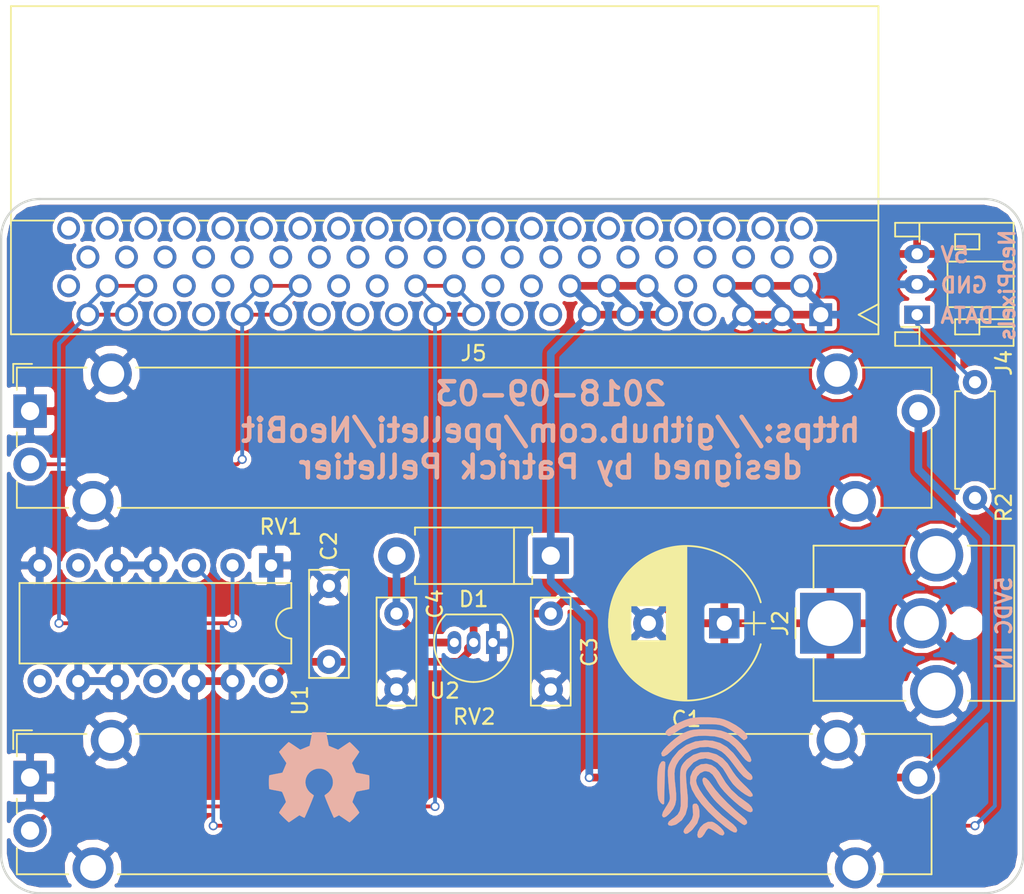
<source format=kicad_pcb>
(kicad_pcb (version 4) (host pcbnew 4.0.7)
  (title_block (title "NeoPixel and potentiometer adapter for micro:bit") (date 2018-09-03) (rev 1.0) (company "Patrick Pelletier"))
  (layers (0 F.Cu signal) (31 B.Cu signal) (34 B.Paste user) (35 F.Paste user) (36 B.SilkS user) (37 F.SilkS user) (38 B.Mask user) (39 F.Mask user) (44 Edge.Cuts user))
  (net 0 "")
  (net 1 +5V)
  (net 2 GND)
  (net 3 "Net-(C4-Pad1)")
  (net 4 +3V3)
  (net 5 /P0)
  (net 6 /P1)
  (net 7 /P2)
  (net 8 "Net-(J5-Pad80)")
  (net 9 "Net-(J5-Pad78)")
  (net 10 "Net-(J5-Pad76)")
  (net 11 "Net-(J5-Pad74)")
  (net 12 "Net-(J5-Pad72)")
  (net 13 "Net-(J5-Pad70)")
  (net 14 "Net-(J5-Pad68)")
  (net 15 "Net-(J5-Pad66)")
  (net 16 "Net-(J5-Pad64)")
  (net 17 "Net-(J5-Pad62)")
  (net 18 "Net-(J5-Pad60)")
  (net 19 "Net-(J5-Pad58)")
  (net 20 "Net-(J5-Pad56)")
  (net 21 "Net-(J5-Pad54)")
  (net 22 "Net-(J5-Pad52)")
  (net 23 "Net-(J5-Pad50)")
  (net 24 "Net-(J5-Pad48)")
  (net 25 "Net-(J5-Pad46)")
  (net 26 "Net-(J5-Pad44)")
  (net 27 "Net-(J5-Pad4)")
  (net 28 "Net-(J5-Pad2)")
  (net 29 "Net-(J5-Pad6)")
  (net 30 "Net-(J5-Pad8)")
  (net 31 "Net-(J5-Pad10)")
  (net 32 "Net-(J5-Pad12)")
  (net 33 "Net-(J5-Pad14)")
  (net 34 "Net-(J5-Pad16)")
  (net 35 "Net-(J5-Pad18)")
  (net 36 "Net-(J5-Pad20)")
  (net 37 "Net-(J5-Pad22)")
  (net 38 "Net-(J5-Pad24)")
  (net 39 "Net-(J5-Pad26)")
  (net 40 "Net-(J5-Pad28)")
  (net 41 "Net-(J5-Pad30)")
  (net 42 "Net-(J5-Pad32)")
  (net 43 "Net-(J5-Pad34)")
  (net 44 "Net-(J5-Pad36)")
  (net 45 "Net-(J5-Pad38)")
  (net 46 "Net-(J5-Pad40)")
  (net 47 "Net-(J5-Pad42)")
  (net 48 "Net-(R2-Pad1)")
  (net 49 "Net-(U1-Pad8)")
  (net 50 "Net-(U1-Pad11)")
  (net 51 "Net-(U1-Pad6)")
  (net 52 "Net-(J4-Pad1)")
  (net 53 "Net-(J5-Pad13)")
  (net 54 "Net-(J5-Pad15)")
  (net 55 "Net-(J5-Pad29)")
  (net 56 "Net-(J5-Pad31)")
  (net 57 "Net-(J5-Pad33)")
  (net 58 "Net-(J5-Pad35)")
  (net 59 "Net-(J5-Pad45)")
  (net 60 "Net-(J5-Pad47)")
  (net 61 "Net-(J5-Pad49)")
  (net 62 "Net-(J5-Pad51)")
  (net 63 "Net-(J5-Pad53)")
  (net 64 "Net-(J5-Pad63)")
  (net 65 "Net-(J5-Pad65)")
  (net 66 "Net-(J5-Pad67)")
  (net 67 "Net-(J5-Pad69)")
  (net 68 "Net-(J5-Pad79)")
  (module Capacitors_THT:CP_Radial_D10.0mm_P5.00mm (layer F.Cu) (at 166.37 111.76 180)
    (fp_text reference C1 (at 2.5 -6.31 180) (layer F.SilkS))
    (fp_text value 1000µF)
    (pad 1 thru_hole rect (at 0 0 180) (size 2 2) (drill 1) (layers *.Cu *.Mask) (net 1 +5V))
    (pad 2 thru_hole circle (at 5 0 180) (size 2 2) (drill 1) (layers *.Cu *.Mask) (net 2 GND))
  )
  (module Capacitors_THT:C_Rect_L7.0mm_W2.5mm_P5.00mm (layer F.Cu) (at 140.335 114.3 90)
    (fp_text reference C2 (at 7.62 0 90) (layer F.SilkS))
    (fp_text value 0.1µF)
    (pad 1 thru_hole circle (at 0 0 90) (size 1.6 1.6) (drill 0.8) (layers *.Cu *.Mask) (net 1 +5V))
    (pad 2 thru_hole circle (at 5 0 90) (size 1.6 1.6) (drill 0.8) (layers *.Cu *.Mask) (net 2 GND))
  )
  (module Capacitors_THT:C_Rect_L7.0mm_W2.5mm_P5.00mm (layer F.Cu) (at 154.94 111.125 270)
    (fp_text reference C3 (at 2.54 -2.54 270) (layer F.SilkS))
    (fp_text value 1µF)
    (pad 1 thru_hole circle (at 0 0 270) (size 1.6 1.6) (drill 0.8) (layers *.Cu *.Mask) (net 1 +5V))
    (pad 2 thru_hole circle (at 5 0 270) (size 1.6 1.6) (drill 0.8) (layers *.Cu *.Mask) (net 2 GND))
  )
  (module Capacitors_THT:C_Rect_L7.0mm_W2.5mm_P5.00mm (layer F.Cu) (at 144.78 111.125 270)
    (fp_text reference C4 (at -0.635 -2.54 270) (layer F.SilkS))
    (fp_text value 1µF)
    (pad 1 thru_hole circle (at 0 0 270) (size 1.6 1.6) (drill 0.8) (layers *.Cu *.Mask) (net 3 "Net-(C4-Pad1)"))
    (pad 2 thru_hole circle (at 5 0 270) (size 1.6 1.6) (drill 0.8) (layers *.Cu *.Mask) (net 2 GND))
  )
  (module Diodes_THT:D_DO-15_P10.16mm_Horizontal (layer F.Cu) (at 154.94 107.315 180)
    (fp_text reference D1 (at 5.08 -2.86 180) (layer F.SilkS))
    (fp_text value D_Schottky)
    (pad 1 thru_hole rect (at 0 0 180) (size 2.4 2.4) (drill 1.2) (layers *.Cu *.Mask) (net 4 +3V3))
    (pad 2 thru_hole oval (at 10.16 0 180) (size 2.4 2.4) (drill 1.2) (layers *.Cu *.Mask) (net 3 "Net-(C4-Pad1)"))
  )
  (module footprints:BarrelJack_CUI_PJ-063AH_Horizontal_CircularHoles (layer F.Cu) (at 173.355 111.76 90)
    (fp_text reference J2 (at 0 -3.3 90) (layer F.SilkS))
    (fp_text value Barrel_Jack_MountingPin)
    (pad 1 thru_hole rect (at 0 0 90) (size 4 4) (drill 3) (layers *.Cu *.Mask) (net 1 +5V))
    (pad 2 thru_hole circle (at 0 6 90) (size 3.3 3.3) (drill 2.3) (layers *.Cu *.Mask) (net 2 GND))
    (pad MP thru_hole circle (at -4.5 7 90) (size 3.5 3.5) (drill 2.5) (layers *.Cu *.Mask) (net 2 GND))
    (pad MP thru_hole circle (at 4.5 7 90) (size 3.5 3.5) (drill 2.5) (layers *.Cu *.Mask) (net 2 GND))
    (pad "" np_thru_hole circle (at 0 9 90) (size 1.6 1.6) (drill 1.6) (layers *.Cu *.Mask))
  )
  (module Connectors_JST:JST_PH_S3B-PH-K_03x2.00mm_Angled (layer F.Cu) (at 179.07 91.44 90)
    (fp_text reference J4 (at -3.175 5.715 90) (layer F.SilkS))
    (fp_text value NeoPixels)
    (pad 1 thru_hole rect (at 0 0 90) (size 1.2 1.7) (drill 0.75) (layers *.Cu *.Mask) (net 52 "Net-(J4-Pad1)"))
    (pad 2 thru_hole oval (at 2 0 90) (size 1.2 1.7) (drill 0.75) (layers *.Cu *.Mask) (net 2 GND))
    (pad 3 thru_hole oval (at 4 0 90) (size 1.2 1.7) (drill 0.75) (layers *.Cu *.Mask) (net 1 +5V))
  )
  (module Resistors_THT:R_Axial_DIN0207_L6.3mm_D2.5mm_P7.62mm_Horizontal (layer F.Cu) (at 182.88 103.505 90)
    (fp_text reference R2 (at -0.635 1.905 90) (layer F.SilkS))
    (fp_text value 470)
    (pad 1 thru_hole circle (at 0 0 90) (size 1.6 1.6) (drill 0.8) (layers *.Cu *.Mask) (net 48 "Net-(R2-Pad1)"))
    (pad 2 thru_hole oval (at 7.62 0 90) (size 1.6 1.6) (drill 0.8) (layers *.Cu *.Mask) (net 52 "Net-(J4-Pad1)"))
  )
  (module Housings_DIP:DIP-14_W7.62mm (layer F.Cu) (at 136.525 107.95 270)
    (fp_text reference U1 (at 8.89 -1.905 270) (layer F.SilkS))
    (fp_text value 74AHCT125)
    (pad 1 thru_hole rect (at 0 0 270) (size 1.6 1.6) (drill 0.8) (layers *.Cu *.Mask) (net 2 GND))
    (pad 8 thru_hole oval (at 7.62 15.24 270) (size 1.6 1.6) (drill 0.8) (layers *.Cu *.Mask) (net 49 "Net-(U1-Pad8)"))
    (pad 2 thru_hole oval (at 0 2.54 270) (size 1.6 1.6) (drill 0.8) (layers *.Cu *.Mask) (net 5 /P0))
    (pad 9 thru_hole oval (at 7.62 12.7 270) (size 1.6 1.6) (drill 0.8) (layers *.Cu *.Mask) (net 2 GND))
    (pad 3 thru_hole oval (at 0 5.08 270) (size 1.6 1.6) (drill 0.8) (layers *.Cu *.Mask) (net 48 "Net-(R2-Pad1)"))
    (pad 10 thru_hole oval (at 7.62 10.16 270) (size 1.6 1.6) (drill 0.8) (layers *.Cu *.Mask) (net 2 GND))
    (pad 4 thru_hole oval (at 0 7.62 270) (size 1.6 1.6) (drill 0.8) (layers *.Cu *.Mask) (net 2 GND))
    (pad 11 thru_hole oval (at 7.62 7.62 270) (size 1.6 1.6) (drill 0.8) (layers *.Cu *.Mask) (net 50 "Net-(U1-Pad11)"))
    (pad 5 thru_hole oval (at 0 10.16 270) (size 1.6 1.6) (drill 0.8) (layers *.Cu *.Mask) (net 2 GND))
    (pad 12 thru_hole oval (at 7.62 5.08 270) (size 1.6 1.6) (drill 0.8) (layers *.Cu *.Mask) (net 2 GND))
    (pad 6 thru_hole oval (at 0 12.7 270) (size 1.6 1.6) (drill 0.8) (layers *.Cu *.Mask) (net 51 "Net-(U1-Pad6)"))
    (pad 13 thru_hole oval (at 7.62 2.54 270) (size 1.6 1.6) (drill 0.8) (layers *.Cu *.Mask) (net 2 GND))
    (pad 7 thru_hole oval (at 0 15.24 270) (size 1.6 1.6) (drill 0.8) (layers *.Cu *.Mask) (net 2 GND))
    (pad 14 thru_hole oval (at 7.62 0 270) (size 1.6 1.6) (drill 0.8) (layers *.Cu *.Mask) (net 1 +5V))
  )
  (module TO_SOT_Packages_THT:TO-92_Inline_Narrow_Oval (layer F.Cu) (at 151.13 113.03 180)
    (fp_text reference U2 (at 3.175 -3.175 180) (layer F.SilkS))
    (fp_text value MCP1702-3302E_TO92)
    (pad 2 thru_hole oval (at 1.27 0) (size 0.9 1.5) (drill 0.6) (layers *.Cu *.Mask) (net 1 +5V))
    (pad 3 thru_hole oval (at 2.54 0) (size 0.9 1.5) (drill 0.6) (layers *.Cu *.Mask) (net 3 "Net-(C4-Pad1)"))
    (pad 1 thru_hole rect (at 0 0) (size 0.9 1.5) (drill 0.6) (layers *.Cu *.Mask) (net 2 GND))
  )
  (module footprints:4UCON_10156_90deg (layer F.Cu) (at 172.72 91.44 180)
    (fp_text reference J5 (at 22.86 -2.54 180) (layer F.SilkS))
    (fp_text value microbit_edge_connector)
    (pad 1 thru_hole rect (at 0 0 180) (size 1.5 1.5) (drill 1) (layers *.Cu *.Mask) (net 2 GND))
    (pad 2 thru_hole circle (at 0 3.8 180) (size 1.5 1.5) (drill 1) (layers *.Cu *.Mask) (net 28 "Net-(J5-Pad2)"))
    (pad 3 thru_hole circle (at 1.27 1.9 180) (size 1.5 1.5) (drill 1) (layers *.Cu *.Mask) (net 2 GND))
    (pad 4 thru_hole circle (at 1.27 5.7 180) (size 1.5 1.5) (drill 1) (layers *.Cu *.Mask) (net 27 "Net-(J5-Pad4)"))
    (pad 5 thru_hole circle (at 2.54 0 180) (size 1.5 1.5) (drill 1) (layers *.Cu *.Mask) (net 2 GND))
    (pad 6 thru_hole circle (at 2.54 3.8 180) (size 1.5 1.5) (drill 1) (layers *.Cu *.Mask) (net 29 "Net-(J5-Pad6)"))
    (pad 7 thru_hole circle (at 3.81 1.9 180) (size 1.5 1.5) (drill 1) (layers *.Cu *.Mask) (net 2 GND))
    (pad 8 thru_hole circle (at 3.81 5.7 180) (size 1.5 1.5) (drill 1) (layers *.Cu *.Mask) (net 30 "Net-(J5-Pad8)"))
    (pad 9 thru_hole circle (at 5.08 0 180) (size 1.5 1.5) (drill 1) (layers *.Cu *.Mask) (net 2 GND))
    (pad 10 thru_hole circle (at 5.08 3.8 180) (size 1.5 1.5) (drill 1) (layers *.Cu *.Mask) (net 31 "Net-(J5-Pad10)"))
    (pad 11 thru_hole circle (at 6.35 1.9 180) (size 1.5 1.5) (drill 1) (layers *.Cu *.Mask) (net 2 GND))
    (pad 12 thru_hole circle (at 6.35 5.7 180) (size 1.5 1.5) (drill 1) (layers *.Cu *.Mask) (net 32 "Net-(J5-Pad12)"))
    (pad 13 thru_hole circle (at 7.62 0 180) (size 1.5 1.5) (drill 1) (layers *.Cu *.Mask) (net 53 "Net-(J5-Pad13)"))
    (pad 14 thru_hole circle (at 7.62 3.8 180) (size 1.5 1.5) (drill 1) (layers *.Cu *.Mask) (net 33 "Net-(J5-Pad14)"))
    (pad 15 thru_hole circle (at 8.89 1.9 180) (size 1.5 1.5) (drill 1) (layers *.Cu *.Mask) (net 54 "Net-(J5-Pad15)"))
    (pad 16 thru_hole circle (at 8.89 5.7 180) (size 1.5 1.5) (drill 1) (layers *.Cu *.Mask) (net 34 "Net-(J5-Pad16)"))
    (pad 17 thru_hole circle (at 10.16 0 180) (size 1.5 1.5) (drill 1) (layers *.Cu *.Mask) (net 4 +3V3))
    (pad 18 thru_hole circle (at 10.16 3.8 180) (size 1.5 1.5) (drill 1) (layers *.Cu *.Mask) (net 35 "Net-(J5-Pad18)"))
    (pad 19 thru_hole circle (at 11.43 1.9 180) (size 1.5 1.5) (drill 1) (layers *.Cu *.Mask) (net 4 +3V3))
    (pad 20 thru_hole circle (at 11.43 5.7 180) (size 1.5 1.5) (drill 1) (layers *.Cu *.Mask) (net 36 "Net-(J5-Pad20)"))
    (pad 21 thru_hole circle (at 12.7 0 180) (size 1.5 1.5) (drill 1) (layers *.Cu *.Mask) (net 4 +3V3))
    (pad 22 thru_hole circle (at 12.7 3.8 180) (size 1.5 1.5) (drill 1) (layers *.Cu *.Mask) (net 37 "Net-(J5-Pad22)"))
    (pad 23 thru_hole circle (at 13.97 1.9 180) (size 1.5 1.5) (drill 1) (layers *.Cu *.Mask) (net 4 +3V3))
    (pad 24 thru_hole circle (at 13.97 5.7 180) (size 1.5 1.5) (drill 1) (layers *.Cu *.Mask) (net 38 "Net-(J5-Pad24)"))
    (pad 25 thru_hole circle (at 15.24 0 180) (size 1.5 1.5) (drill 1) (layers *.Cu *.Mask) (net 4 +3V3))
    (pad 26 thru_hole circle (at 15.24 3.8 180) (size 1.5 1.5) (drill 1) (layers *.Cu *.Mask) (net 39 "Net-(J5-Pad26)"))
    (pad 27 thru_hole circle (at 16.51 1.9 180) (size 1.5 1.5) (drill 1) (layers *.Cu *.Mask) (net 4 +3V3))
    (pad 28 thru_hole circle (at 16.51 5.7 180) (size 1.5 1.5) (drill 1) (layers *.Cu *.Mask) (net 40 "Net-(J5-Pad28)"))
    (pad 29 thru_hole circle (at 17.78 0 180) (size 1.5 1.5) (drill 1) (layers *.Cu *.Mask) (net 55 "Net-(J5-Pad29)"))
    (pad 30 thru_hole circle (at 17.78 3.8 180) (size 1.5 1.5) (drill 1) (layers *.Cu *.Mask) (net 41 "Net-(J5-Pad30)"))
    (pad 31 thru_hole circle (at 19.05 1.9 180) (size 1.5 1.5) (drill 1) (layers *.Cu *.Mask) (net 56 "Net-(J5-Pad31)"))
    (pad 32 thru_hole circle (at 19.05 5.7 180) (size 1.5 1.5) (drill 1) (layers *.Cu *.Mask) (net 42 "Net-(J5-Pad32)"))
    (pad 33 thru_hole circle (at 20.32 0 180) (size 1.5 1.5) (drill 1) (layers *.Cu *.Mask) (net 57 "Net-(J5-Pad33)"))
    (pad 34 thru_hole circle (at 20.32 3.8 180) (size 1.5 1.5) (drill 1) (layers *.Cu *.Mask) (net 43 "Net-(J5-Pad34)"))
    (pad 35 thru_hole circle (at 21.59 1.9 180) (size 1.5 1.5) (drill 1) (layers *.Cu *.Mask) (net 58 "Net-(J5-Pad35)"))
    (pad 36 thru_hole circle (at 21.59 5.7 180) (size 1.5 1.5) (drill 1) (layers *.Cu *.Mask) (net 44 "Net-(J5-Pad36)"))
    (pad 37 thru_hole circle (at 22.86 0 180) (size 1.5 1.5) (drill 1) (layers *.Cu *.Mask) (net 7 /P2))
    (pad 38 thru_hole circle (at 22.86 3.8 180) (size 1.5 1.5) (drill 1) (layers *.Cu *.Mask) (net 45 "Net-(J5-Pad38)"))
    (pad 39 thru_hole circle (at 24.13 1.9 180) (size 1.5 1.5) (drill 1) (layers *.Cu *.Mask) (net 7 /P2))
    (pad 40 thru_hole circle (at 24.13 5.7 180) (size 1.5 1.5) (drill 1) (layers *.Cu *.Mask) (net 46 "Net-(J5-Pad40)"))
    (pad 41 thru_hole circle (at 25.4 0 180) (size 1.5 1.5) (drill 1) (layers *.Cu *.Mask) (net 7 /P2))
    (pad 42 thru_hole circle (at 25.4 3.8 180) (size 1.5 1.5) (drill 1) (layers *.Cu *.Mask) (net 47 "Net-(J5-Pad42)"))
    (pad 43 thru_hole circle (at 26.67 1.9 180) (size 1.5 1.5) (drill 1) (layers *.Cu *.Mask) (net 7 /P2))
    (pad 44 thru_hole circle (at 26.67 5.7 180) (size 1.5 1.5) (drill 1) (layers *.Cu *.Mask) (net 26 "Net-(J5-Pad44)"))
    (pad 45 thru_hole circle (at 27.94 0 180) (size 1.5 1.5) (drill 1) (layers *.Cu *.Mask) (net 59 "Net-(J5-Pad45)"))
    (pad 46 thru_hole circle (at 27.94 3.8 180) (size 1.5 1.5) (drill 1) (layers *.Cu *.Mask) (net 25 "Net-(J5-Pad46)"))
    (pad 47 thru_hole circle (at 29.21 1.9 180) (size 1.5 1.5) (drill 1) (layers *.Cu *.Mask) (net 60 "Net-(J5-Pad47)"))
    (pad 48 thru_hole circle (at 29.21 5.7 180) (size 1.5 1.5) (drill 1) (layers *.Cu *.Mask) (net 24 "Net-(J5-Pad48)"))
    (pad 49 thru_hole circle (at 30.48 0 180) (size 1.5 1.5) (drill 1) (layers *.Cu *.Mask) (net 61 "Net-(J5-Pad49)"))
    (pad 50 thru_hole circle (at 30.48 3.8 180) (size 1.5 1.5) (drill 1) (layers *.Cu *.Mask) (net 23 "Net-(J5-Pad50)"))
    (pad 51 thru_hole circle (at 31.75 1.9 180) (size 1.5 1.5) (drill 1) (layers *.Cu *.Mask) (net 62 "Net-(J5-Pad51)"))
    (pad 52 thru_hole circle (at 31.75 5.7 180) (size 1.5 1.5) (drill 1) (layers *.Cu *.Mask) (net 22 "Net-(J5-Pad52)"))
    (pad 53 thru_hole circle (at 33.02 0 180) (size 1.5 1.5) (drill 1) (layers *.Cu *.Mask) (net 63 "Net-(J5-Pad53)"))
    (pad 54 thru_hole circle (at 33.02 3.8 180) (size 1.5 1.5) (drill 1) (layers *.Cu *.Mask) (net 21 "Net-(J5-Pad54)"))
    (pad 55 thru_hole circle (at 34.29 1.9 180) (size 1.5 1.5) (drill 1) (layers *.Cu *.Mask) (net 6 /P1))
    (pad 56 thru_hole circle (at 34.29 5.7 180) (size 1.5 1.5) (drill 1) (layers *.Cu *.Mask) (net 20 "Net-(J5-Pad56)"))
    (pad 57 thru_hole circle (at 35.56 0 180) (size 1.5 1.5) (drill 1) (layers *.Cu *.Mask) (net 6 /P1))
    (pad 58 thru_hole circle (at 35.56 3.8 180) (size 1.5 1.5) (drill 1) (layers *.Cu *.Mask) (net 19 "Net-(J5-Pad58)"))
    (pad 59 thru_hole circle (at 36.83 1.9 180) (size 1.5 1.5) (drill 1) (layers *.Cu *.Mask) (net 6 /P1))
    (pad 60 thru_hole circle (at 36.83 5.7 180) (size 1.5 1.5) (drill 1) (layers *.Cu *.Mask) (net 18 "Net-(J5-Pad60)"))
    (pad 61 thru_hole circle (at 38.1 0 180) (size 1.5 1.5) (drill 1) (layers *.Cu *.Mask) (net 6 /P1))
    (pad 62 thru_hole circle (at 38.1 3.8 180) (size 1.5 1.5) (drill 1) (layers *.Cu *.Mask) (net 17 "Net-(J5-Pad62)"))
    (pad 63 thru_hole circle (at 39.37 1.9 180) (size 1.5 1.5) (drill 1) (layers *.Cu *.Mask) (net 64 "Net-(J5-Pad63)"))
    (pad 64 thru_hole circle (at 39.37 5.7 180) (size 1.5 1.5) (drill 1) (layers *.Cu *.Mask) (net 16 "Net-(J5-Pad64)"))
    (pad 65 thru_hole circle (at 40.64 0 180) (size 1.5 1.5) (drill 1) (layers *.Cu *.Mask) (net 65 "Net-(J5-Pad65)"))
    (pad 66 thru_hole circle (at 40.64 3.8 180) (size 1.5 1.5) (drill 1) (layers *.Cu *.Mask) (net 15 "Net-(J5-Pad66)"))
    (pad 67 thru_hole circle (at 41.91 1.9 180) (size 1.5 1.5) (drill 1) (layers *.Cu *.Mask) (net 66 "Net-(J5-Pad67)"))
    (pad 68 thru_hole circle (at 41.91 5.7 180) (size 1.5 1.5) (drill 1) (layers *.Cu *.Mask) (net 14 "Net-(J5-Pad68)"))
    (pad 69 thru_hole circle (at 43.18 0 180) (size 1.5 1.5) (drill 1) (layers *.Cu *.Mask) (net 67 "Net-(J5-Pad69)"))
    (pad 70 thru_hole circle (at 43.18 3.8 180) (size 1.5 1.5) (drill 1) (layers *.Cu *.Mask) (net 13 "Net-(J5-Pad70)"))
    (pad 71 thru_hole circle (at 44.45 1.9 180) (size 1.5 1.5) (drill 1) (layers *.Cu *.Mask) (net 5 /P0))
    (pad 72 thru_hole circle (at 44.45 5.7 180) (size 1.5 1.5) (drill 1) (layers *.Cu *.Mask) (net 12 "Net-(J5-Pad72)"))
    (pad 73 thru_hole circle (at 45.72 0 180) (size 1.5 1.5) (drill 1) (layers *.Cu *.Mask) (net 5 /P0))
    (pad 74 thru_hole circle (at 45.72 3.8 180) (size 1.5 1.5) (drill 1) (layers *.Cu *.Mask) (net 11 "Net-(J5-Pad74)"))
    (pad 75 thru_hole circle (at 46.99 1.9 180) (size 1.5 1.5) (drill 1) (layers *.Cu *.Mask) (net 5 /P0))
    (pad 76 thru_hole circle (at 46.99 5.7 180) (size 1.5 1.5) (drill 1) (layers *.Cu *.Mask) (net 10 "Net-(J5-Pad76)"))
    (pad 77 thru_hole circle (at 48.26 0 180) (size 1.5 1.5) (drill 1) (layers *.Cu *.Mask) (net 5 /P0))
    (pad 78 thru_hole circle (at 48.26 3.8 180) (size 1.5 1.5) (drill 1) (layers *.Cu *.Mask) (net 9 "Net-(J5-Pad78)"))
    (pad 79 thru_hole circle (at 49.53 1.9 180) (size 1.5 1.5) (drill 1) (layers *.Cu *.Mask) (net 68 "Net-(J5-Pad79)"))
    (pad 80 thru_hole circle (at 49.53 5.7 180) (size 1.5 1.5) (drill 1) (layers *.Cu *.Mask) (net 8 "Net-(J5-Pad80)"))
  )
  (module footprints:Bourns_PTA4543 (layer F.Cu) (at 120.65 97.79)
    (fp_text reference RV1 (at 16.51 7.62) (layer F.SilkS))
    (fp_text value 10K)
    (pad 1 thru_hole rect (at 0 0) (size 2.2 2.2) (drill 1.2) (layers *.Cu *.Mask) (net 2 GND))
    (pad 2 thru_hole circle (at 0 3.5) (size 2.2 2.2) (drill 1.2) (layers *.Cu *.Mask) (net 6 /P1))
    (pad 3 thru_hole circle (at 58.5 0) (size 2.2 2.2) (drill 1.2) (layers *.Cu *.Mask) (net 4 +3V3))
    (pad MP thru_hole circle (at 5.35 -2.45) (size 2.7 2.7) (drill 1.7) (layers *.Cu *.Mask) (net 2 GND))
    (pad MP thru_hole circle (at 53.15 -2.45) (size 2.7 2.7) (drill 1.7) (layers *.Cu *.Mask) (net 2 GND))
    (pad MP thru_hole circle (at 4.15 5.95) (size 2.7 2.7) (drill 1.7) (layers *.Cu *.Mask) (net 2 GND))
    (pad MP thru_hole circle (at 54.35 5.95) (size 2.7 2.7) (drill 1.7) (layers *.Cu *.Mask) (net 2 GND))
  )
  (module footprints:Bourns_PTA4543 (layer F.Cu) (at 120.65 121.92)
    (fp_text reference RV2 (at 29.25 -4) (layer F.SilkS))
    (fp_text value 10K)
    (pad 1 thru_hole rect (at 0 0) (size 2.2 2.2) (drill 1.2) (layers *.Cu *.Mask) (net 2 GND))
    (pad 2 thru_hole circle (at 0 3.5) (size 2.2 2.2) (drill 1.2) (layers *.Cu *.Mask) (net 7 /P2))
    (pad 3 thru_hole circle (at 58.5 0) (size 2.2 2.2) (drill 1.2) (layers *.Cu *.Mask) (net 4 +3V3))
    (pad MP thru_hole circle (at 5.35 -2.45) (size 2.7 2.7) (drill 1.7) (layers *.Cu *.Mask) (net 2 GND))
    (pad MP thru_hole circle (at 53.15 -2.45) (size 2.7 2.7) (drill 1.7) (layers *.Cu *.Mask) (net 2 GND))
    (pad MP thru_hole circle (at 4.15 5.95) (size 2.7 2.7) (drill 1.7) (layers *.Cu *.Mask) (net 2 GND))
    (pad MP thru_hole circle (at 54.35 5.95) (size 2.7 2.7) (drill 1.7) (layers *.Cu *.Mask) (net 2 GND))
  )
  (module footprints:Fingerprint (layer B.Cu) (at 165.1 121.92 180)
    (fp_text reference G*** hide)
    (fp_text value LOGO hide)
  )
  (module Symbols:OSHW-Symbol_6.7x6mm_SilkScreen (layer B.Cu) (at 139.7 121.92 180)
    (fp_text reference REF*** hide)
    (fp_text value OSHW-Symbol_6.7x6mm_SilkScreen hide)
  )
  (gr_text NeoPixels (at 185 89.5 90) (layer B.SilkS) (effects (font (size 1 1) (thickness 0.2)) (justify mirror)))
  (gr_text "5VDC IN" (at 184.785 111.76 90) (layer B.SilkS) (effects (font (size 1 1) (thickness 0.2)) (justify mirror)))
  (gr_text DATA (at 180.5 91.5) (layer B.SilkS) (effects (font (size 1 1) (thickness 0.2)) (justify right mirror)))
  (gr_text GND (at 180.5 89.5) (layer B.SilkS) (effects (font (size 1 1) (thickness 0.2)) (justify right mirror)))
  (gr_text 5V (at 180.5 87.5) (layer B.SilkS) (effects (font (size 1 1) (thickness 0.2)) (justify right mirror)))
  (gr_text "2018-09-03\nhttps://github.com/ppelleti/NeoBit\ndesigned by Patrick Pelletier" (at 154.94 99.06) (layer B.SilkS) (effects (font (size 1.5 1.5) (thickness 0.3)) (justify mirror)))
  (gr_line (start 183.515 83.82) (end 121.285 83.82) (angle 90) (layer Edge.Cuts) (width 0.15))
  (gr_line (start 186.055 127) (end 186.055 86.36) (angle 90) (layer Edge.Cuts) (width 0.15))
  (gr_line (start 121.285 129.54) (end 183.515 129.54) (angle 90) (layer Edge.Cuts) (width 0.15))
  (gr_line (start 118.745 86.36) (end 118.745 127) (angle 90) (layer Edge.Cuts) (width 0.15))
  (gr_arc (start 183.515 127) (end 186.055 127) (angle 90) (layer Edge.Cuts) (width 0.15))
  (gr_arc (start 183.515 86.36) (end 183.515 83.82) (angle 90) (layer Edge.Cuts) (width 0.15))
  (gr_arc (start 121.285 127) (end 121.285 129.54) (angle 90) (layer Edge.Cuts) (width 0.15))
  (gr_arc (start 121.285 86.36) (end 118.745 86.36) (angle 90) (layer Edge.Cuts) (width 0.15))
  (segment (start 140.335 114.3) (end 137.795 114.3) (width 0.508) (layer F.Cu) (net 1))
  (segment (start 137.795 114.3) (end 136.525 115.57) (width 0.508) (layer F.Cu) (net 1))
  (segment (start 149.86 113.03) (end 149.49401 113.39599) (width 0.508) (layer F.Cu) (net 1))
  (segment (start 149.49401 113.39599) (end 149.49401 113.704453) (width 0.508) (layer F.Cu) (net 1))
  (segment (start 148.898463 114.3) (end 141.46637 114.3) (width 0.508) (layer F.Cu) (net 1))
  (segment (start 149.49401 113.704453) (end 148.898463 114.3) (width 0.508) (layer F.Cu) (net 1))
  (segment (start 141.46637 114.3) (end 140.335 114.3) (width 0.508) (layer F.Cu) (net 1))
  (segment (start 154.94 111.125) (end 150.507 111.125) (width 0.508) (layer F.Cu) (net 1))
  (segment (start 150.507 111.125) (end 149.86 111.772) (width 0.508) (layer F.Cu) (net 1))
  (segment (start 149.86 111.772) (end 149.86 113.03) (width 0.508) (layer F.Cu) (net 1))
  (segment (start 166.37 111.76) (end 163.521922 111.76) (width 0.508) (layer F.Cu) (net 1))
  (segment (start 163.521922 111.76) (end 162.067921 110.305999) (width 0.508) (layer F.Cu) (net 1))
  (segment (start 162.067921 110.305999) (end 155.759001 110.305999) (width 0.508) (layer F.Cu) (net 1))
  (segment (start 155.759001 110.305999) (end 155.739999 110.325001) (width 0.508) (layer F.Cu) (net 1))
  (segment (start 155.739999 110.325001) (end 154.94 111.125) (width 0.508) (layer F.Cu) (net 1))
  (segment (start 170.18 91.44) (end 172.72 91.44) (width 0.508) (layer F.Cu) (net 2))
  (segment (start 167.64 91.44) (end 170.18 91.44) (width 0.508) (layer F.Cu) (net 2))
  (segment (start 168.91 89.54) (end 171.45 89.54) (width 0.508) (layer F.Cu) (net 2))
  (segment (start 166.37 89.54) (end 168.91 89.54) (width 0.508) (layer F.Cu) (net 2))
  (segment (start 167.64 91.44) (end 167.64 90.81) (width 0.508) (layer B.Cu) (net 2))
  (segment (start 167.64 90.81) (end 166.37 89.54) (width 0.508) (layer B.Cu) (net 2))
  (segment (start 170.18 91.44) (end 170.18 90.81) (width 0.508) (layer B.Cu) (net 2))
  (segment (start 170.18 90.81) (end 168.91 89.54) (width 0.508) (layer B.Cu) (net 2))
  (segment (start 172.72 91.44) (end 172.72 90.81) (width 0.508) (layer B.Cu) (net 2))
  (segment (start 172.72 90.81) (end 171.45 89.54) (width 0.508) (layer B.Cu) (net 2))
  (segment (start 144.78 111.125) (end 144.78 107.315) (width 0.508) (layer B.Cu) (net 3))
  (segment (start 148.59 113.03) (end 146.685 113.03) (width 0.508) (layer F.Cu) (net 3))
  (segment (start 146.685 113.03) (end 144.78 111.125) (width 0.508) (layer F.Cu) (net 3))
  (segment (start 179.15 121.92) (end 183.609001 117.460999) (width 0.508) (layer B.Cu) (net 4))
  (segment (start 183.609001 117.460999) (end 183.609001 106.089923) (width 0.508) (layer B.Cu) (net 4))
  (segment (start 183.609001 106.089923) (end 179.15 101.630922) (width 0.508) (layer B.Cu) (net 4))
  (segment (start 179.15 101.630922) (end 179.15 99.345634) (width 0.508) (layer B.Cu) (net 4))
  (segment (start 179.15 99.345634) (end 179.15 97.79) (width 0.508) (layer B.Cu) (net 4))
  (segment (start 157.48 121.92) (end 179.15 121.92) (width 0.508) (layer F.Cu) (net 4))
  (segment (start 154.94 107.315) (end 154.94 109.023) (width 0.508) (layer B.Cu) (net 4))
  (segment (start 154.94 109.023) (end 157.48 111.563) (width 0.508) (layer B.Cu) (net 4))
  (segment (start 157.48 111.563) (end 157.48 121.92) (width 0.508) (layer B.Cu) (net 4))
  (via (at 157.48 121.92) (size 0.6) (drill 0.4) (layers F.Cu B.Cu) (net 4))
  (segment (start 160.02 91.44) (end 162.56 91.44) (width 0.508) (layer F.Cu) (net 4))
  (segment (start 157.48 91.44) (end 160.02 91.44) (width 0.508) (layer F.Cu) (net 4))
  (segment (start 158.75 89.54) (end 161.29 89.54) (width 0.508) (layer F.Cu) (net 4))
  (segment (start 156.21 89.54) (end 158.75 89.54) (width 0.508) (layer F.Cu) (net 4))
  (segment (start 162.56 91.44) (end 162.56 90.81) (width 0.508) (layer B.Cu) (net 4))
  (segment (start 162.56 90.81) (end 161.29 89.54) (width 0.508) (layer B.Cu) (net 4))
  (segment (start 160.02 91.44) (end 160.02 90.81) (width 0.508) (layer B.Cu) (net 4))
  (segment (start 160.02 90.81) (end 158.75 89.54) (width 0.508) (layer B.Cu) (net 4))
  (segment (start 157.48 91.44) (end 157.48 90.81) (width 0.508) (layer B.Cu) (net 4))
  (segment (start 157.48 90.81) (end 156.21 89.54) (width 0.508) (layer B.Cu) (net 4))
  (segment (start 154.94 107.315) (end 154.94 93.98) (width 0.508) (layer B.Cu) (net 4))
  (segment (start 154.94 93.98) (end 157.48 91.44) (width 0.508) (layer B.Cu) (net 4))
  (segment (start 124.46 91.44) (end 127 91.44) (width 0.25) (layer F.Cu) (net 5))
  (segment (start 125.73 89.54) (end 128.27 89.54) (width 0.25) (layer F.Cu) (net 5))
  (segment (start 127 91.44) (end 127 90.81) (width 0.25) (layer B.Cu) (net 5))
  (segment (start 127 90.81) (end 128.27 89.54) (width 0.25) (layer B.Cu) (net 5))
  (segment (start 124.46 91.44) (end 124.46 90.81) (width 0.25) (layer B.Cu) (net 5))
  (segment (start 124.46 90.81) (end 125.73 89.54) (width 0.25) (layer B.Cu) (net 5))
  (segment (start 133.985 111.76) (end 133.985 107.95) (width 0.25) (layer B.Cu) (net 5))
  (segment (start 122.555 111.76) (end 133.985 111.76) (width 0.25) (layer F.Cu) (net 5))
  (via (at 133.985 111.76) (size 0.6) (drill 0.4) (layers F.Cu B.Cu) (net 5))
  (segment (start 124.46 91.44) (end 122.555 93.345) (width 0.25) (layer B.Cu) (net 5))
  (segment (start 122.555 93.345) (end 122.555 96.305998) (width 0.25) (layer B.Cu) (net 5))
  (segment (start 122.555 96.305998) (end 122.555 111.76) (width 0.25) (layer B.Cu) (net 5))
  (via (at 122.555 111.76) (size 0.6) (drill 0.4) (layers F.Cu B.Cu) (net 5))
  (segment (start 134.62 91.44) (end 137.16 91.44) (width 0.25) (layer F.Cu) (net 6))
  (segment (start 135.89 89.54) (end 138.43 89.54) (width 0.25) (layer F.Cu) (net 6))
  (segment (start 137.16 91.44) (end 137.16 90.81) (width 0.25) (layer B.Cu) (net 6))
  (segment (start 137.16 90.81) (end 138.43 89.54) (width 0.25) (layer B.Cu) (net 6))
  (segment (start 134.62 91.44) (end 134.62 90.81) (width 0.25) (layer B.Cu) (net 6))
  (segment (start 134.62 90.81) (end 135.89 89.54) (width 0.25) (layer B.Cu) (net 6))
  (segment (start 134.62 100.965) (end 134.62 91.44) (width 0.25) (layer B.Cu) (net 6))
  (segment (start 120.65 101.29) (end 134.295 101.29) (width 0.25) (layer F.Cu) (net 6))
  (segment (start 134.295 101.29) (end 134.62 100.965) (width 0.25) (layer F.Cu) (net 6))
  (via (at 134.62 100.965) (size 0.6) (drill 0.4) (layers F.Cu B.Cu) (net 6))
  (segment (start 147.32 91.44) (end 149.86 91.44) (width 0.25) (layer F.Cu) (net 7))
  (segment (start 146.05 89.54) (end 148.59 89.54) (width 0.25) (layer F.Cu) (net 7))
  (segment (start 149.86 91.44) (end 149.86 90.81) (width 0.25) (layer B.Cu) (net 7))
  (segment (start 149.86 90.81) (end 148.59 89.54) (width 0.25) (layer B.Cu) (net 7))
  (segment (start 147.32 91.44) (end 147.32 90.81) (width 0.25) (layer B.Cu) (net 7))
  (segment (start 147.32 90.81) (end 146.05 89.54) (width 0.25) (layer B.Cu) (net 7))
  (segment (start 147.32 123.825) (end 147.32 91.44) (width 0.25) (layer B.Cu) (net 7))
  (segment (start 120.65 125.42) (end 122.245 123.825) (width 0.25) (layer F.Cu) (net 7))
  (segment (start 122.245 123.825) (end 147.32 123.825) (width 0.25) (layer F.Cu) (net 7))
  (via (at 147.32 123.825) (size 0.6) (drill 0.4) (layers F.Cu B.Cu) (net 7))
  (segment (start 184.188012 104.813012) (end 184.188012 123.786988) (width 0.25) (layer B.Cu) (net 48))
  (segment (start 182.88 103.505) (end 184.188012 104.813012) (width 0.25) (layer B.Cu) (net 48))
  (segment (start 183.179999 124.795001) (end 182.88 125.095) (width 0.25) (layer B.Cu) (net 48))
  (segment (start 184.188012 123.786988) (end 183.179999 124.795001) (width 0.25) (layer B.Cu) (net 48))
  (segment (start 132.715 125.095) (end 132.715 109.22) (width 0.25) (layer B.Cu) (net 48))
  (segment (start 132.715 109.22) (end 131.445 107.95) (width 0.25) (layer B.Cu) (net 48))
  (segment (start 182.88 125.095) (end 132.715 125.095) (width 0.25) (layer F.Cu) (net 48))
  (via (at 132.715 125.095) (size 0.6) (drill 0.4) (layers F.Cu B.Cu) (net 48))
  (via (at 182.88 125.095) (size 0.6) (drill 0.4) (layers F.Cu B.Cu) (net 48))
  (segment (start 182.88 95.885) (end 179.07 92.075) (width 0.25) (layer B.Cu) (net 52))
  (segment (start 179.07 92.075) (end 179.07 91.44) (width 0.25) (layer B.Cu) (net 52))
  (zone (net 1) (net_name +5V) (layer F.Cu) (priority 1) (connect_pads (clearance 0.3048)) (min_thickness 0.254) (fill yes (arc_segments 16) (thermal_gap 0.508) (thermal_bridge_width 0.508))
    (polygon (pts (xy 181.61 85.725) (xy 181.61 115.57) (xy 163.83 115.57) (xy 163.83 95.25) (xy 173.99 85.725)))
  )
  (zone (net 2) (net_name GND) (layer F.Cu) (connect_pads (clearance 0.3048)) (min_thickness 0.254) (fill yes (arc_segments 16) (thermal_gap 0.508) (thermal_bridge_width 0.508))
    (polygon (pts (xy 186.055 129.54) (xy 118.745 129.54) (xy 118.745 83.82) (xy 186.055 83.82)))
  )
  (zone (net 2) (net_name GND) (layer B.Cu) (connect_pads (clearance 0.3048)) (min_thickness 0.254) (fill yes (arc_segments 16) (thermal_gap 0.508) (thermal_bridge_width 0.508))
    (polygon (pts (xy 186.055 129.54) (xy 118.745 129.54) (xy 118.745 83.82) (xy 186.055 83.82)))
  )
)
</source>
